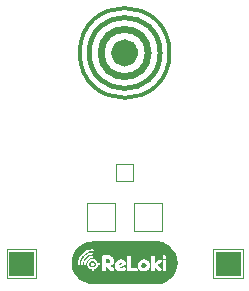
<source format=gbr>
%TF.GenerationSoftware,KiCad,Pcbnew,8.0.1*%
%TF.CreationDate,2024-04-05T10:08:28-05:00*%
%TF.ProjectId,UWB_Antenna_Circular,5557425f-416e-4746-956e-6e615f436972,rev?*%
%TF.SameCoordinates,Original*%
%TF.FileFunction,Legend,Top*%
%TF.FilePolarity,Positive*%
%FSLAX46Y46*%
G04 Gerber Fmt 4.6, Leading zero omitted, Abs format (unit mm)*
G04 Created by KiCad (PCBNEW 8.0.1) date 2024-04-05 10:08:28*
%MOMM*%
%LPD*%
G01*
G04 APERTURE LIST*
%ADD10C,0.600000*%
%ADD11C,0.300000*%
%ADD12C,0.100000*%
%ADD13C,0.400000*%
%ADD14C,1.150000*%
%ADD15C,0.120000*%
%ADD16C,0.000000*%
%ADD17R,2.000000X2.000000*%
%ADD18R,1.000000X1.000000*%
G04 APERTURE END LIST*
D10*
X103500000Y-81500000D02*
G75*
G02*
X99500000Y-81500000I-2000000J0D01*
G01*
X99500000Y-81500000D02*
G75*
G02*
X103500000Y-81500000I2000000J0D01*
G01*
D11*
X105301316Y-81500000D02*
G75*
G02*
X97698684Y-81500000I-3801316J0D01*
G01*
X97698684Y-81500000D02*
G75*
G02*
X105301316Y-81500000I3801316J0D01*
G01*
D12*
X109000000Y-98083086D02*
X111500000Y-98083086D01*
X111500000Y-100583086D01*
X109000000Y-100583086D01*
X109000000Y-98083086D01*
D13*
X104500000Y-81500000D02*
G75*
G02*
X98500000Y-81500000I-3000000J0D01*
G01*
X98500000Y-81500000D02*
G75*
G02*
X104500000Y-81500000I3000000J0D01*
G01*
D12*
X109250000Y-98333086D02*
X111250000Y-98333086D01*
X111250000Y-100333086D01*
X109250000Y-100333086D01*
X109250000Y-98333086D01*
G36*
X109250000Y-98333086D02*
G01*
X111250000Y-98333086D01*
X111250000Y-100333086D01*
X109250000Y-100333086D01*
X109250000Y-98333086D01*
G37*
X91750000Y-98333086D02*
X93750000Y-98333086D01*
X93750000Y-100333086D01*
X91750000Y-100333086D01*
X91750000Y-98333086D01*
G36*
X91750000Y-98333086D02*
G01*
X93750000Y-98333086D01*
X93750000Y-100333086D01*
X91750000Y-100333086D01*
X91750000Y-98333086D01*
G37*
D14*
X102075000Y-81500000D02*
G75*
G02*
X100925000Y-81500000I-575000J0D01*
G01*
X100925000Y-81500000D02*
G75*
G02*
X102075000Y-81500000I575000J0D01*
G01*
D12*
X91500000Y-98083086D02*
X94000000Y-98083086D01*
X94000000Y-100583086D01*
X91500000Y-100583086D01*
X91500000Y-98083086D01*
D15*
%TO.C,TP1*%
X98300000Y-94200000D02*
X100700000Y-94200000D01*
X98300000Y-96600000D02*
X98300000Y-94200000D01*
X100700000Y-94200000D02*
X100700000Y-96600000D01*
X100700000Y-96600000D02*
X98300000Y-96600000D01*
%TO.C,TP2*%
X102300000Y-94200000D02*
X104700000Y-94200000D01*
X102300000Y-96600000D02*
X102300000Y-94200000D01*
X104700000Y-94200000D02*
X104700000Y-96600000D01*
X104700000Y-96600000D02*
X102300000Y-96600000D01*
%TO.C,TP3*%
X100800000Y-90900000D02*
X102200000Y-90900000D01*
X100800000Y-92300000D02*
X100800000Y-90900000D01*
X102200000Y-90900000D02*
X102200000Y-92300000D01*
X102200000Y-92300000D02*
X100800000Y-92300000D01*
D16*
%TO.C,G\u002A\u002A\u002A*%
G36*
X99998505Y-98920658D02*
G01*
X100087842Y-98926241D01*
X100156104Y-98943361D01*
X100209234Y-98973967D01*
X100235017Y-98998186D01*
X100272310Y-99057024D01*
X100282976Y-99119547D01*
X100267732Y-99180828D01*
X100227295Y-99235940D01*
X100196854Y-99260321D01*
X100165689Y-99277815D01*
X100130932Y-99287840D01*
X100083414Y-99292254D01*
X100035804Y-99293003D01*
X99923251Y-99293003D01*
X99923251Y-99106659D01*
X99923251Y-98920316D01*
X99998505Y-98920658D01*
G37*
G36*
X101240633Y-99280055D02*
G01*
X101276650Y-99287369D01*
X101295849Y-99299622D01*
X101294018Y-99314887D01*
X101269527Y-99334500D01*
X101220743Y-99359800D01*
X101151773Y-99389758D01*
X101078829Y-99419411D01*
X101028168Y-99438320D01*
X100995867Y-99447357D01*
X100978000Y-99447394D01*
X100970644Y-99439306D01*
X100969639Y-99430276D01*
X100980164Y-99402414D01*
X101006859Y-99366382D01*
X101042406Y-99330442D01*
X101079486Y-99302862D01*
X101085308Y-99299655D01*
X101128608Y-99286143D01*
X101185093Y-99279307D01*
X101240633Y-99280055D01*
G37*
G36*
X103179804Y-99284541D02*
G01*
X103243081Y-99306591D01*
X103297194Y-99346607D01*
X103334762Y-99400506D01*
X103352165Y-99440511D01*
X103362341Y-99471745D01*
X103363432Y-99479346D01*
X103357506Y-99503495D01*
X103342580Y-99541291D01*
X103334762Y-99558186D01*
X103291973Y-99615803D01*
X103231406Y-99656410D01*
X103159668Y-99678066D01*
X103083369Y-99678829D01*
X103009118Y-99656760D01*
X103005365Y-99654916D01*
X102950163Y-99613687D01*
X102910146Y-99557106D01*
X102891177Y-99494122D01*
X102890407Y-99479346D01*
X102902652Y-99412415D01*
X102936024Y-99358076D01*
X102985473Y-99317223D01*
X103045952Y-99290753D01*
X103112411Y-99279560D01*
X103179804Y-99284541D01*
G37*
G36*
X98837755Y-99099548D02*
G01*
X98911318Y-99126498D01*
X98976544Y-99172680D01*
X99028768Y-99233458D01*
X99063323Y-99304194D01*
X99075542Y-99380254D01*
X99073640Y-99407555D01*
X99048531Y-99493259D01*
X98999881Y-99566102D01*
X98931317Y-99620958D01*
X98917258Y-99628468D01*
X98832024Y-99659167D01*
X98751946Y-99662603D01*
X98673483Y-99638830D01*
X98660522Y-99632337D01*
X98612125Y-99598700D01*
X98567345Y-99554829D01*
X98555922Y-99540173D01*
X98518883Y-99465155D01*
X98507061Y-99386896D01*
X98633183Y-99386896D01*
X98639022Y-99427637D01*
X98660336Y-99464196D01*
X98683740Y-99489767D01*
X98716781Y-99520086D01*
X98743952Y-99533583D01*
X98778267Y-99535006D01*
X98801531Y-99532745D01*
X98854360Y-99521111D01*
X98893416Y-99496133D01*
X98908649Y-99480529D01*
X98943218Y-99423787D01*
X98949876Y-99364562D01*
X98928766Y-99306268D01*
X98899797Y-99270068D01*
X98845050Y-99231900D01*
X98787367Y-99218852D01*
X98732073Y-99228592D01*
X98684490Y-99258787D01*
X98649942Y-99307105D01*
X98633753Y-99371212D01*
X98633183Y-99386896D01*
X98507061Y-99386896D01*
X98506951Y-99386170D01*
X98517925Y-99307984D01*
X98549609Y-99235367D01*
X98599802Y-99173087D01*
X98666306Y-99125911D01*
X98746923Y-99098609D01*
X98760523Y-99096465D01*
X98837755Y-99099548D01*
G37*
G36*
X100831074Y-97450994D02*
G01*
X101147208Y-97451046D01*
X101490743Y-97451073D01*
X101500000Y-97451073D01*
X104402653Y-97451073D01*
X104552209Y-97484132D01*
X104776032Y-97547019D01*
X104983737Y-97633415D01*
X105176478Y-97743948D01*
X105355412Y-97879245D01*
X105464452Y-97980357D01*
X105615919Y-98151404D01*
X105742760Y-98336061D01*
X105844458Y-98532428D01*
X105920498Y-98738606D01*
X105970363Y-98952696D01*
X105993538Y-99172797D01*
X105989507Y-99397012D01*
X105957754Y-99623440D01*
X105936314Y-99717613D01*
X105868580Y-99927708D01*
X105775947Y-100125422D01*
X105660068Y-100309172D01*
X105522602Y-100477376D01*
X105365202Y-100628453D01*
X105189526Y-100760822D01*
X104997229Y-100872900D01*
X104789967Y-100963106D01*
X104569396Y-101029857D01*
X104560328Y-101032015D01*
X104431321Y-101062399D01*
X101557337Y-101064615D01*
X101271948Y-101064809D01*
X100993967Y-101064944D01*
X100724772Y-101065024D01*
X100465740Y-101065049D01*
X100218250Y-101065021D01*
X99983680Y-101064942D01*
X99763407Y-101064813D01*
X99558809Y-101064635D01*
X99371265Y-101064410D01*
X99202151Y-101064140D01*
X99052847Y-101063826D01*
X98924730Y-101063469D01*
X98819177Y-101063072D01*
X98737567Y-101062635D01*
X98681278Y-101062160D01*
X98651688Y-101061649D01*
X98647517Y-101061418D01*
X98615844Y-101056703D01*
X98566124Y-101049375D01*
X98508680Y-101040955D01*
X98504177Y-101040297D01*
X98304761Y-100997022D01*
X98109727Y-100927242D01*
X97922004Y-100833086D01*
X97744522Y-100716680D01*
X97580210Y-100580152D01*
X97431996Y-100425628D01*
X97302811Y-100255237D01*
X97211047Y-100101219D01*
X97131690Y-99934105D01*
X97073485Y-99771674D01*
X97034595Y-99606304D01*
X97013178Y-99430372D01*
X97010802Y-99360110D01*
X97537206Y-99360110D01*
X97540450Y-99403424D01*
X97543011Y-99412785D01*
X97568272Y-99444883D01*
X97606408Y-99458176D01*
X97647966Y-99451841D01*
X97683496Y-99425059D01*
X97683550Y-99424989D01*
X97693762Y-99398204D01*
X97700250Y-99354670D01*
X97700572Y-99346928D01*
X97815860Y-99346928D01*
X97820796Y-99401539D01*
X97831735Y-99438488D01*
X97841225Y-99449529D01*
X97887437Y-99463696D01*
X97929626Y-99449514D01*
X97945147Y-99436343D01*
X97966404Y-99401227D01*
X97971385Y-99365541D01*
X98075768Y-99365541D01*
X98077943Y-99397631D01*
X98087899Y-99419621D01*
X98101027Y-99434548D01*
X98141622Y-99460676D01*
X98181790Y-99460768D01*
X98207449Y-99444342D01*
X98219741Y-99420426D01*
X98232464Y-99377156D01*
X98233305Y-99372870D01*
X98346513Y-99372870D01*
X98353365Y-99473629D01*
X98376105Y-99556824D01*
X98417972Y-99630618D01*
X98474588Y-99695645D01*
X98538044Y-99751932D01*
X98597645Y-99788059D01*
X98629741Y-99800719D01*
X98672703Y-99816046D01*
X98695057Y-99829996D01*
X98703532Y-99849836D01*
X98704854Y-99881852D01*
X98714716Y-99934674D01*
X98740976Y-99974331D01*
X98778643Y-99994236D01*
X98790858Y-99995373D01*
X98822063Y-99985644D01*
X98848195Y-99966705D01*
X98871937Y-99923493D01*
X98875711Y-99893152D01*
X99600734Y-99893152D01*
X99642835Y-99937095D01*
X99673420Y-99964393D01*
X99704553Y-99977250D01*
X99749230Y-99980594D01*
X99757507Y-99980583D01*
X99803964Y-99977007D01*
X99840469Y-99968428D01*
X99851581Y-99962665D01*
X99879745Y-99936456D01*
X99898859Y-99907700D01*
X99911071Y-99869816D01*
X99918531Y-99816222D01*
X99923251Y-99743176D01*
X99930418Y-99595555D01*
X100152596Y-99787985D01*
X100227510Y-99852696D01*
X100284439Y-99900990D01*
X100327021Y-99935273D01*
X100358894Y-99957953D01*
X100383697Y-99971435D01*
X100405066Y-99978125D01*
X100426640Y-99980432D01*
X100443964Y-99980727D01*
X100492173Y-99977515D01*
X100526065Y-99963879D01*
X100555053Y-99939139D01*
X100581846Y-99906897D01*
X100594139Y-99872597D01*
X100596953Y-99826292D01*
X100594953Y-99783571D01*
X100585317Y-99753537D01*
X100562590Y-99724841D01*
X100536033Y-99699529D01*
X100491278Y-99660257D01*
X100436762Y-99614810D01*
X100393403Y-99580190D01*
X100311692Y-99516668D01*
X100371901Y-99482689D01*
X100376627Y-99479346D01*
X100675791Y-99479346D01*
X100676934Y-99548934D01*
X100681499Y-99599637D01*
X100691187Y-99641187D01*
X100707698Y-99683316D01*
X100713747Y-99696478D01*
X100775126Y-99794592D01*
X100858262Y-99877307D01*
X100958643Y-99940707D01*
X101026976Y-99968405D01*
X101056468Y-99973064D01*
X101106344Y-99975982D01*
X101168354Y-99976803D01*
X101206152Y-99976190D01*
X101277697Y-99973140D01*
X101329323Y-99967501D01*
X101369763Y-99957599D01*
X101407753Y-99941760D01*
X101421163Y-99934985D01*
X101488910Y-99893152D01*
X101736513Y-99893152D01*
X101778613Y-99937095D01*
X101820714Y-99981039D01*
X102175110Y-99981039D01*
X102529506Y-99981039D01*
X102566616Y-99936937D01*
X102597278Y-99883143D01*
X102603725Y-99837698D01*
X102592045Y-99778259D01*
X102566616Y-99738459D01*
X102529506Y-99694357D01*
X102294268Y-99694357D01*
X102059030Y-99694357D01*
X102059030Y-99479346D01*
X102610892Y-99479346D01*
X102612036Y-99548934D01*
X102616601Y-99599637D01*
X102626289Y-99641187D01*
X102642800Y-99683316D01*
X102648848Y-99696478D01*
X102709541Y-99793499D01*
X102791501Y-99875814D01*
X102889052Y-99938509D01*
X102962077Y-99967634D01*
X103018340Y-99977633D01*
X103091999Y-99981005D01*
X103172671Y-99978207D01*
X103249972Y-99969697D01*
X103313520Y-99955930D01*
X103326365Y-99951600D01*
X103402224Y-99911850D01*
X103757619Y-99911850D01*
X103797837Y-99946445D01*
X103847340Y-99972550D01*
X103907746Y-99981727D01*
X103965880Y-99972610D01*
X103981953Y-99965551D01*
X104015015Y-99933441D01*
X104037308Y-99877595D01*
X104049178Y-99796823D01*
X104051473Y-99727069D01*
X104051479Y-99601185D01*
X104234233Y-99791424D01*
X104416987Y-99981662D01*
X104491200Y-99981350D01*
X104554055Y-99972478D01*
X104596021Y-99945173D01*
X104618943Y-99897472D01*
X104624831Y-99839114D01*
X104624214Y-99813781D01*
X104620413Y-99792324D01*
X104610503Y-99770642D01*
X104591558Y-99744634D01*
X104560651Y-99710198D01*
X104514859Y-99663235D01*
X104460747Y-99609108D01*
X104405935Y-99553420D01*
X104359736Y-99504500D01*
X104330723Y-99471927D01*
X104725170Y-99471927D01*
X104725604Y-99606092D01*
X104727462Y-99714363D01*
X104731579Y-99799510D01*
X104738788Y-99864301D01*
X104749925Y-99911505D01*
X104765824Y-99943891D01*
X104787319Y-99964226D01*
X104815244Y-99975281D01*
X104850434Y-99979824D01*
X104878462Y-99980603D01*
X104935220Y-99972569D01*
X104978800Y-99946445D01*
X105019018Y-99911850D01*
X105019018Y-99479346D01*
X105019018Y-99046841D01*
X104978800Y-99012247D01*
X104929669Y-98986315D01*
X104869611Y-98976889D01*
X104812104Y-98985433D01*
X104796046Y-98992412D01*
X104775978Y-99005122D01*
X104760073Y-99021529D01*
X104747854Y-99044866D01*
X104738843Y-99078364D01*
X104732563Y-99125257D01*
X104728534Y-99188776D01*
X104726281Y-99272155D01*
X104725324Y-99378626D01*
X104725170Y-99471927D01*
X104330723Y-99471927D01*
X104325406Y-99465958D01*
X104306198Y-99441403D01*
X104303397Y-99434591D01*
X104317201Y-99422532D01*
X104349703Y-99397886D01*
X104395972Y-99364301D01*
X104448294Y-99327366D01*
X104505598Y-99286748D01*
X104556234Y-99249637D01*
X104594310Y-99220426D01*
X104612811Y-99204684D01*
X104632328Y-99167888D01*
X104638861Y-99117248D01*
X104632161Y-99064603D01*
X104616490Y-99028042D01*
X104580294Y-98994889D01*
X104529419Y-98973389D01*
X104477058Y-98968497D01*
X104463968Y-98970768D01*
X104441351Y-98982427D01*
X104401187Y-99009044D01*
X104348058Y-99047351D01*
X104286545Y-99094082D01*
X104243930Y-99127671D01*
X104058635Y-99275855D01*
X104051468Y-99001331D01*
X104048185Y-98895896D01*
X104044042Y-98815283D01*
X104039920Y-98772740D01*
X104725488Y-98772740D01*
X104737527Y-98841135D01*
X104769834Y-98892831D01*
X104817746Y-98924978D01*
X104876602Y-98934725D01*
X104941742Y-98919221D01*
X104954802Y-98913001D01*
X104995749Y-98883387D01*
X105018260Y-98842835D01*
X105026055Y-98784032D01*
X105026186Y-98772684D01*
X105015130Y-98706493D01*
X104983378Y-98657639D01*
X104933057Y-98629016D01*
X104918153Y-98625423D01*
X104846280Y-98623027D01*
X104788493Y-98643518D01*
X104747835Y-98684567D01*
X104727350Y-98743849D01*
X104725488Y-98772740D01*
X104039920Y-98772740D01*
X104038263Y-98755643D01*
X104030075Y-98713131D01*
X104018702Y-98683898D01*
X104003372Y-98664097D01*
X103983308Y-98649883D01*
X103980411Y-98648297D01*
X103926801Y-98633599D01*
X103866149Y-98637314D01*
X103811973Y-98657964D01*
X103797837Y-98668229D01*
X103757619Y-98702823D01*
X103757619Y-99307337D01*
X103757619Y-99911850D01*
X103402224Y-99911850D01*
X103411943Y-99906757D01*
X103492868Y-99840849D01*
X103560841Y-99761249D01*
X103586148Y-99720851D01*
X103604604Y-99685788D01*
X103616765Y-99655222D01*
X103623938Y-99621729D01*
X103627428Y-99577884D01*
X103628540Y-99516263D01*
X103628612Y-99479346D01*
X103628163Y-99406892D01*
X103625945Y-99355677D01*
X103620653Y-99318279D01*
X103610981Y-99287271D01*
X103595624Y-99255230D01*
X103586148Y-99237840D01*
X103525349Y-99152115D01*
X103446896Y-99077529D01*
X103359033Y-99021361D01*
X103323320Y-99005764D01*
X103278643Y-98990917D01*
X103235813Y-98982364D01*
X103185468Y-98979063D01*
X103118247Y-98979972D01*
X103098251Y-98980713D01*
X103026072Y-98984751D01*
X102973536Y-98991315D01*
X102931626Y-99002250D01*
X102891322Y-99019401D01*
X102879167Y-99025532D01*
X102781102Y-99091293D01*
X102700569Y-99176553D01*
X102648848Y-99262214D01*
X102630132Y-99306238D01*
X102618713Y-99346971D01*
X102612891Y-99394145D01*
X102610965Y-99457491D01*
X102610892Y-99479346D01*
X102059030Y-99479346D01*
X102059030Y-99220620D01*
X102058841Y-99087119D01*
X102058190Y-98979311D01*
X102056953Y-98894220D01*
X102055004Y-98828873D01*
X102052220Y-98780296D01*
X102048474Y-98745516D01*
X102043642Y-98721557D01*
X102037600Y-98705446D01*
X102037380Y-98705018D01*
X102009330Y-98665495D01*
X101971240Y-98643080D01*
X101915769Y-98634204D01*
X101890645Y-98633635D01*
X101843103Y-98636756D01*
X101810242Y-98649687D01*
X101778613Y-98677578D01*
X101736513Y-98721522D01*
X101736513Y-99307337D01*
X101736513Y-99893152D01*
X101488910Y-99893152D01*
X101497814Y-99887654D01*
X101548004Y-99838129D01*
X101573936Y-99783720D01*
X101578838Y-99742409D01*
X101575216Y-99696758D01*
X101560044Y-99664616D01*
X101532026Y-99635845D01*
X101477349Y-99601472D01*
X101420137Y-99594872D01*
X101358601Y-99616055D01*
X101325717Y-99637021D01*
X101278689Y-99665646D01*
X101232978Y-99677826D01*
X101193250Y-99679515D01*
X101146941Y-99675677D01*
X101105273Y-99666392D01*
X101074575Y-99654032D01*
X101061175Y-99640970D01*
X101066513Y-99631995D01*
X101084078Y-99624060D01*
X101123817Y-99607609D01*
X101181173Y-99584483D01*
X101251587Y-99556521D01*
X101322880Y-99528536D01*
X101402196Y-99496882D01*
X101473406Y-99467180D01*
X101531684Y-99441546D01*
X101572204Y-99422094D01*
X101589308Y-99411797D01*
X101614861Y-99370816D01*
X101624464Y-99312641D01*
X101617080Y-99244562D01*
X101614555Y-99234365D01*
X101584839Y-99169957D01*
X101533674Y-99106971D01*
X101467844Y-99051796D01*
X101394135Y-99010819D01*
X101366229Y-99000538D01*
X101276855Y-98982119D01*
X101177524Y-98977455D01*
X101078260Y-98985947D01*
X100989090Y-99006999D01*
X100944065Y-99025686D01*
X100846112Y-99091220D01*
X100765591Y-99176384D01*
X100713747Y-99262214D01*
X100695030Y-99306238D01*
X100683612Y-99346971D01*
X100677790Y-99394145D01*
X100675863Y-99457491D01*
X100675791Y-99479346D01*
X100376627Y-99479346D01*
X100459644Y-99420621D01*
X100529824Y-99345309D01*
X100558688Y-99300170D01*
X100574635Y-99264629D01*
X100584129Y-99225160D01*
X100588612Y-99173063D01*
X100589561Y-99113826D01*
X100588326Y-99046413D01*
X100583355Y-98997357D01*
X100572712Y-98956405D01*
X100554460Y-98913300D01*
X100549930Y-98903934D01*
X100492004Y-98814980D01*
X100413172Y-98736554D01*
X100321015Y-98675968D01*
X100305893Y-98668582D01*
X100278355Y-98656462D01*
X100252112Y-98647544D01*
X100222247Y-98641338D01*
X100183842Y-98637351D01*
X100131980Y-98635091D01*
X100061741Y-98634065D01*
X99968210Y-98633781D01*
X99958184Y-98633775D01*
X99684935Y-98633635D01*
X99642835Y-98677578D01*
X99600734Y-98721522D01*
X99600734Y-99307337D01*
X99600734Y-99893152D01*
X98875711Y-99893152D01*
X98876863Y-99883890D01*
X98878141Y-99855083D01*
X98885808Y-99835558D01*
X98905615Y-99819451D01*
X98943312Y-99800901D01*
X98969615Y-99789336D01*
X99066590Y-99732216D01*
X99144386Y-99653901D01*
X99202600Y-99554861D01*
X99226626Y-99490096D01*
X99241321Y-99472497D01*
X99275160Y-99465444D01*
X99292101Y-99465012D01*
X99349970Y-99455145D01*
X99378556Y-99436343D01*
X99404776Y-99395758D01*
X99404695Y-99356972D01*
X99380589Y-99324054D01*
X99334736Y-99301069D01*
X99298785Y-99293859D01*
X99256383Y-99287101D01*
X99233726Y-99275776D01*
X99221918Y-99254040D01*
X99218182Y-99240894D01*
X99185711Y-99164837D01*
X99131354Y-99090889D01*
X99061590Y-99025317D01*
X98982898Y-98974386D01*
X98914953Y-98947591D01*
X98845909Y-98937238D01*
X98765140Y-98937576D01*
X98684313Y-98947590D01*
X98615094Y-98966266D01*
X98594163Y-98975475D01*
X98497459Y-99039537D01*
X98423575Y-99120017D01*
X98373710Y-99214992D01*
X98349061Y-99322541D01*
X98346513Y-99372870D01*
X98233305Y-99372870D01*
X98242954Y-99323678D01*
X98243356Y-99321009D01*
X98275051Y-99196450D01*
X98329614Y-99086146D01*
X98404530Y-98992575D01*
X98497284Y-98918215D01*
X98605362Y-98865542D01*
X98726248Y-98837034D01*
X98735767Y-98835938D01*
X98797164Y-98826938D01*
X98835157Y-98813417D01*
X98855002Y-98791600D01*
X98861954Y-98757713D01*
X98862309Y-98745054D01*
X98853071Y-98703828D01*
X98823753Y-98678742D01*
X98772788Y-98669161D01*
X98698608Y-98674446D01*
X98691135Y-98675567D01*
X98548410Y-98711048D01*
X98420906Y-98769726D01*
X98310500Y-98849641D01*
X98219066Y-98948835D01*
X98148480Y-99065348D01*
X98100619Y-99197219D01*
X98079767Y-99314251D01*
X98075768Y-99365541D01*
X97971385Y-99365541D01*
X97973752Y-99348580D01*
X97973815Y-99341657D01*
X97986554Y-99225949D01*
X98022835Y-99105532D01*
X98079759Y-98986769D01*
X98154423Y-98876024D01*
X98219410Y-98802957D01*
X98324907Y-98715234D01*
X98445196Y-98644684D01*
X98573713Y-98594143D01*
X98703894Y-98566445D01*
X98777402Y-98561964D01*
X98828334Y-98552667D01*
X98857736Y-98524546D01*
X98866112Y-98483127D01*
X98859984Y-98443971D01*
X98838680Y-98419628D01*
X98797821Y-98407336D01*
X98741227Y-98404289D01*
X98603084Y-98417741D01*
X98463096Y-98456357D01*
X98326531Y-98517531D01*
X98198654Y-98598654D01*
X98084733Y-98697121D01*
X98031793Y-98755474D01*
X97981709Y-98825792D01*
X97931235Y-98913574D01*
X97885706Y-99008194D01*
X97850456Y-99099026D01*
X97837784Y-99141923D01*
X97824281Y-99210640D01*
X97816997Y-99281135D01*
X97815860Y-99346928D01*
X97700572Y-99346928D01*
X97701468Y-99325344D01*
X97713642Y-99199493D01*
X97749723Y-99061314D01*
X97809048Y-98913250D01*
X97819003Y-98892220D01*
X97853148Y-98824045D01*
X97884089Y-98770680D01*
X97917887Y-98723767D01*
X97960601Y-98674945D01*
X98018291Y-98615855D01*
X98022127Y-98612034D01*
X98153775Y-98496815D01*
X98291628Y-98408379D01*
X98439491Y-98344938D01*
X98601169Y-98304707D01*
X98706200Y-98290983D01*
X98764942Y-98284367D01*
X98812782Y-98276750D01*
X98842535Y-98269378D01*
X98848179Y-98266400D01*
X98869210Y-98226708D01*
X98868218Y-98181575D01*
X98848066Y-98146147D01*
X98830273Y-98130786D01*
X98810312Y-98122387D01*
X98780726Y-98119888D01*
X98734058Y-98122229D01*
X98699900Y-98125064D01*
X98511610Y-98155095D01*
X98333537Y-98210437D01*
X98167806Y-98289398D01*
X98016546Y-98390285D01*
X97881885Y-98511407D01*
X97765950Y-98651071D01*
X97670869Y-98807585D01*
X97598769Y-98979257D01*
X97589427Y-99008279D01*
X97572552Y-99073206D01*
X97558084Y-99147895D01*
X97546832Y-99225303D01*
X97539603Y-99298389D01*
X97537206Y-99360110D01*
X97010802Y-99360110D01*
X97007322Y-99257167D01*
X97009657Y-99125936D01*
X97017630Y-99013741D01*
X97032696Y-98911256D01*
X97056306Y-98809157D01*
X97089913Y-98698118D01*
X97098377Y-98672793D01*
X97181333Y-98471222D01*
X97288725Y-98281292D01*
X97418173Y-98105383D01*
X97567297Y-97945876D01*
X97733718Y-97805151D01*
X97915056Y-97685588D01*
X98108933Y-97589567D01*
X98224662Y-97546108D01*
X98256719Y-97535164D01*
X98285334Y-97525089D01*
X98311741Y-97515848D01*
X98337172Y-97507404D01*
X98362862Y-97499723D01*
X98390045Y-97492768D01*
X98419955Y-97486504D01*
X98453824Y-97480894D01*
X98492888Y-97475902D01*
X98538379Y-97471494D01*
X98591532Y-97467634D01*
X98653581Y-97464284D01*
X98725758Y-97461410D01*
X98809299Y-97458976D01*
X98905437Y-97456947D01*
X99015405Y-97455285D01*
X99140438Y-97453956D01*
X99281769Y-97452923D01*
X99440632Y-97452152D01*
X99618260Y-97451605D01*
X99815889Y-97451247D01*
X100034750Y-97451044D01*
X100276079Y-97450957D01*
X100541109Y-97450953D01*
X100831074Y-97450994D01*
G37*
%TD*%
%LPC*%
D17*
%TO.C,TP1*%
X99500000Y-95400000D03*
%TD*%
%TO.C,TP2*%
X103500000Y-95400000D03*
%TD*%
D18*
%TO.C,TP3*%
X101500000Y-91600000D03*
%TD*%
%LPD*%
M02*

</source>
